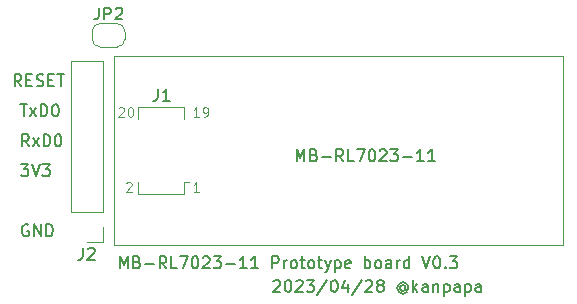
<source format=gto>
G04 #@! TF.GenerationSoftware,KiCad,Pcbnew,7.0.2-6a45011f42~172~ubuntu20.04.1*
G04 #@! TF.CreationDate,2023-05-13T15:02:50+09:00*
G04 #@! TF.ProjectId,Wisun_proto,57697375-6e5f-4707-926f-746f2e6b6963,0.3*
G04 #@! TF.SameCoordinates,PX1b67618PY41e13c0*
G04 #@! TF.FileFunction,Legend,Top*
G04 #@! TF.FilePolarity,Positive*
%FSLAX46Y46*%
G04 Gerber Fmt 4.6, Leading zero omitted, Abs format (unit mm)*
G04 Created by KiCad (PCBNEW 7.0.2-6a45011f42~172~ubuntu20.04.1) date 2023-05-13 15:02:50*
%MOMM*%
%LPD*%
G01*
G04 APERTURE LIST*
%ADD10C,0.100000*%
%ADD11C,0.120000*%
%ADD12C,0.150000*%
%ADD13C,0.200000*%
G04 APERTURE END LIST*
D10*
X47265000Y21080000D02*
X47265000Y5080000D01*
X9265000Y5080000D02*
X9265000Y21080000D01*
X9265000Y21080000D02*
X47265000Y21080000D01*
X47265000Y5080000D02*
X9265000Y5080000D01*
D11*
X16484523Y9622905D02*
X16027380Y9622905D01*
X16255952Y9622905D02*
X16255952Y10422905D01*
X16255952Y10422905D02*
X16179761Y10308620D01*
X16179761Y10308620D02*
X16103571Y10232429D01*
X16103571Y10232429D02*
X16027380Y10194334D01*
D12*
X1412857Y11917381D02*
X2031904Y11917381D01*
X2031904Y11917381D02*
X1698571Y11536429D01*
X1698571Y11536429D02*
X1841428Y11536429D01*
X1841428Y11536429D02*
X1936666Y11488810D01*
X1936666Y11488810D02*
X1984285Y11441191D01*
X1984285Y11441191D02*
X2031904Y11345953D01*
X2031904Y11345953D02*
X2031904Y11107858D01*
X2031904Y11107858D02*
X1984285Y11012620D01*
X1984285Y11012620D02*
X1936666Y10965000D01*
X1936666Y10965000D02*
X1841428Y10917381D01*
X1841428Y10917381D02*
X1555714Y10917381D01*
X1555714Y10917381D02*
X1460476Y10965000D01*
X1460476Y10965000D02*
X1412857Y11012620D01*
X2317619Y11917381D02*
X2650952Y10917381D01*
X2650952Y10917381D02*
X2984285Y11917381D01*
X3222381Y11917381D02*
X3841428Y11917381D01*
X3841428Y11917381D02*
X3508095Y11536429D01*
X3508095Y11536429D02*
X3650952Y11536429D01*
X3650952Y11536429D02*
X3746190Y11488810D01*
X3746190Y11488810D02*
X3793809Y11441191D01*
X3793809Y11441191D02*
X3841428Y11345953D01*
X3841428Y11345953D02*
X3841428Y11107858D01*
X3841428Y11107858D02*
X3793809Y11012620D01*
X3793809Y11012620D02*
X3746190Y10965000D01*
X3746190Y10965000D02*
X3650952Y10917381D01*
X3650952Y10917381D02*
X3365238Y10917381D01*
X3365238Y10917381D02*
X3270000Y10965000D01*
X3270000Y10965000D02*
X3222381Y11012620D01*
D11*
X9677380Y16696715D02*
X9715476Y16734810D01*
X9715476Y16734810D02*
X9791666Y16772905D01*
X9791666Y16772905D02*
X9982142Y16772905D01*
X9982142Y16772905D02*
X10058333Y16734810D01*
X10058333Y16734810D02*
X10096428Y16696715D01*
X10096428Y16696715D02*
X10134523Y16620524D01*
X10134523Y16620524D02*
X10134523Y16544334D01*
X10134523Y16544334D02*
X10096428Y16430048D01*
X10096428Y16430048D02*
X9639285Y15972905D01*
X9639285Y15972905D02*
X10134523Y15972905D01*
X10629762Y16772905D02*
X10705952Y16772905D01*
X10705952Y16772905D02*
X10782143Y16734810D01*
X10782143Y16734810D02*
X10820238Y16696715D01*
X10820238Y16696715D02*
X10858333Y16620524D01*
X10858333Y16620524D02*
X10896428Y16468143D01*
X10896428Y16468143D02*
X10896428Y16277667D01*
X10896428Y16277667D02*
X10858333Y16125286D01*
X10858333Y16125286D02*
X10820238Y16049096D01*
X10820238Y16049096D02*
X10782143Y16011000D01*
X10782143Y16011000D02*
X10705952Y15972905D01*
X10705952Y15972905D02*
X10629762Y15972905D01*
X10629762Y15972905D02*
X10553571Y16011000D01*
X10553571Y16011000D02*
X10515476Y16049096D01*
X10515476Y16049096D02*
X10477381Y16125286D01*
X10477381Y16125286D02*
X10439285Y16277667D01*
X10439285Y16277667D02*
X10439285Y16468143D01*
X10439285Y16468143D02*
X10477381Y16620524D01*
X10477381Y16620524D02*
X10515476Y16696715D01*
X10515476Y16696715D02*
X10553571Y16734810D01*
X10553571Y16734810D02*
X10629762Y16772905D01*
X16484523Y15972905D02*
X16027380Y15972905D01*
X16255952Y15972905D02*
X16255952Y16772905D01*
X16255952Y16772905D02*
X16179761Y16658620D01*
X16179761Y16658620D02*
X16103571Y16582429D01*
X16103571Y16582429D02*
X16027380Y16544334D01*
X16865476Y15972905D02*
X17017857Y15972905D01*
X17017857Y15972905D02*
X17094047Y16011000D01*
X17094047Y16011000D02*
X17132143Y16049096D01*
X17132143Y16049096D02*
X17208333Y16163381D01*
X17208333Y16163381D02*
X17246428Y16315762D01*
X17246428Y16315762D02*
X17246428Y16620524D01*
X17246428Y16620524D02*
X17208333Y16696715D01*
X17208333Y16696715D02*
X17170238Y16734810D01*
X17170238Y16734810D02*
X17094047Y16772905D01*
X17094047Y16772905D02*
X16941666Y16772905D01*
X16941666Y16772905D02*
X16865476Y16734810D01*
X16865476Y16734810D02*
X16827381Y16696715D01*
X16827381Y16696715D02*
X16789285Y16620524D01*
X16789285Y16620524D02*
X16789285Y16430048D01*
X16789285Y16430048D02*
X16827381Y16353858D01*
X16827381Y16353858D02*
X16865476Y16315762D01*
X16865476Y16315762D02*
X16941666Y16277667D01*
X16941666Y16277667D02*
X17094047Y16277667D01*
X17094047Y16277667D02*
X17170238Y16315762D01*
X17170238Y16315762D02*
X17208333Y16353858D01*
X17208333Y16353858D02*
X17246428Y16430048D01*
D12*
X1365238Y16997381D02*
X1936666Y16997381D01*
X1650952Y15997381D02*
X1650952Y16997381D01*
X2174762Y15997381D02*
X2698571Y16664048D01*
X2174762Y16664048D02*
X2698571Y15997381D01*
X3079524Y15997381D02*
X3079524Y16997381D01*
X3079524Y16997381D02*
X3317619Y16997381D01*
X3317619Y16997381D02*
X3460476Y16949762D01*
X3460476Y16949762D02*
X3555714Y16854524D01*
X3555714Y16854524D02*
X3603333Y16759286D01*
X3603333Y16759286D02*
X3650952Y16568810D01*
X3650952Y16568810D02*
X3650952Y16425953D01*
X3650952Y16425953D02*
X3603333Y16235477D01*
X3603333Y16235477D02*
X3555714Y16140239D01*
X3555714Y16140239D02*
X3460476Y16045000D01*
X3460476Y16045000D02*
X3317619Y15997381D01*
X3317619Y15997381D02*
X3079524Y15997381D01*
X4270000Y16997381D02*
X4365238Y16997381D01*
X4365238Y16997381D02*
X4460476Y16949762D01*
X4460476Y16949762D02*
X4508095Y16902143D01*
X4508095Y16902143D02*
X4555714Y16806905D01*
X4555714Y16806905D02*
X4603333Y16616429D01*
X4603333Y16616429D02*
X4603333Y16378334D01*
X4603333Y16378334D02*
X4555714Y16187858D01*
X4555714Y16187858D02*
X4508095Y16092620D01*
X4508095Y16092620D02*
X4460476Y16045000D01*
X4460476Y16045000D02*
X4365238Y15997381D01*
X4365238Y15997381D02*
X4270000Y15997381D01*
X4270000Y15997381D02*
X4174762Y16045000D01*
X4174762Y16045000D02*
X4127143Y16092620D01*
X4127143Y16092620D02*
X4079524Y16187858D01*
X4079524Y16187858D02*
X4031905Y16378334D01*
X4031905Y16378334D02*
X4031905Y16616429D01*
X4031905Y16616429D02*
X4079524Y16806905D01*
X4079524Y16806905D02*
X4127143Y16902143D01*
X4127143Y16902143D02*
X4174762Y16949762D01*
X4174762Y16949762D02*
X4270000Y16997381D01*
X1444523Y18537381D02*
X1111190Y19013572D01*
X873095Y18537381D02*
X873095Y19537381D01*
X873095Y19537381D02*
X1254047Y19537381D01*
X1254047Y19537381D02*
X1349285Y19489762D01*
X1349285Y19489762D02*
X1396904Y19442143D01*
X1396904Y19442143D02*
X1444523Y19346905D01*
X1444523Y19346905D02*
X1444523Y19204048D01*
X1444523Y19204048D02*
X1396904Y19108810D01*
X1396904Y19108810D02*
X1349285Y19061191D01*
X1349285Y19061191D02*
X1254047Y19013572D01*
X1254047Y19013572D02*
X873095Y19013572D01*
X1873095Y19061191D02*
X2206428Y19061191D01*
X2349285Y18537381D02*
X1873095Y18537381D01*
X1873095Y18537381D02*
X1873095Y19537381D01*
X1873095Y19537381D02*
X2349285Y19537381D01*
X2730238Y18585000D02*
X2873095Y18537381D01*
X2873095Y18537381D02*
X3111190Y18537381D01*
X3111190Y18537381D02*
X3206428Y18585000D01*
X3206428Y18585000D02*
X3254047Y18632620D01*
X3254047Y18632620D02*
X3301666Y18727858D01*
X3301666Y18727858D02*
X3301666Y18823096D01*
X3301666Y18823096D02*
X3254047Y18918334D01*
X3254047Y18918334D02*
X3206428Y18965953D01*
X3206428Y18965953D02*
X3111190Y19013572D01*
X3111190Y19013572D02*
X2920714Y19061191D01*
X2920714Y19061191D02*
X2825476Y19108810D01*
X2825476Y19108810D02*
X2777857Y19156429D01*
X2777857Y19156429D02*
X2730238Y19251667D01*
X2730238Y19251667D02*
X2730238Y19346905D01*
X2730238Y19346905D02*
X2777857Y19442143D01*
X2777857Y19442143D02*
X2825476Y19489762D01*
X2825476Y19489762D02*
X2920714Y19537381D01*
X2920714Y19537381D02*
X3158809Y19537381D01*
X3158809Y19537381D02*
X3301666Y19489762D01*
X3730238Y19061191D02*
X4063571Y19061191D01*
X4206428Y18537381D02*
X3730238Y18537381D01*
X3730238Y18537381D02*
X3730238Y19537381D01*
X3730238Y19537381D02*
X4206428Y19537381D01*
X4492143Y19537381D02*
X5063571Y19537381D01*
X4777857Y18537381D02*
X4777857Y19537381D01*
X2079523Y13457381D02*
X1746190Y13933572D01*
X1508095Y13457381D02*
X1508095Y14457381D01*
X1508095Y14457381D02*
X1889047Y14457381D01*
X1889047Y14457381D02*
X1984285Y14409762D01*
X1984285Y14409762D02*
X2031904Y14362143D01*
X2031904Y14362143D02*
X2079523Y14266905D01*
X2079523Y14266905D02*
X2079523Y14124048D01*
X2079523Y14124048D02*
X2031904Y14028810D01*
X2031904Y14028810D02*
X1984285Y13981191D01*
X1984285Y13981191D02*
X1889047Y13933572D01*
X1889047Y13933572D02*
X1508095Y13933572D01*
X2412857Y13457381D02*
X2936666Y14124048D01*
X2412857Y14124048D02*
X2936666Y13457381D01*
X3317619Y13457381D02*
X3317619Y14457381D01*
X3317619Y14457381D02*
X3555714Y14457381D01*
X3555714Y14457381D02*
X3698571Y14409762D01*
X3698571Y14409762D02*
X3793809Y14314524D01*
X3793809Y14314524D02*
X3841428Y14219286D01*
X3841428Y14219286D02*
X3889047Y14028810D01*
X3889047Y14028810D02*
X3889047Y13885953D01*
X3889047Y13885953D02*
X3841428Y13695477D01*
X3841428Y13695477D02*
X3793809Y13600239D01*
X3793809Y13600239D02*
X3698571Y13505000D01*
X3698571Y13505000D02*
X3555714Y13457381D01*
X3555714Y13457381D02*
X3317619Y13457381D01*
X4508095Y14457381D02*
X4603333Y14457381D01*
X4603333Y14457381D02*
X4698571Y14409762D01*
X4698571Y14409762D02*
X4746190Y14362143D01*
X4746190Y14362143D02*
X4793809Y14266905D01*
X4793809Y14266905D02*
X4841428Y14076429D01*
X4841428Y14076429D02*
X4841428Y13838334D01*
X4841428Y13838334D02*
X4793809Y13647858D01*
X4793809Y13647858D02*
X4746190Y13552620D01*
X4746190Y13552620D02*
X4698571Y13505000D01*
X4698571Y13505000D02*
X4603333Y13457381D01*
X4603333Y13457381D02*
X4508095Y13457381D01*
X4508095Y13457381D02*
X4412857Y13505000D01*
X4412857Y13505000D02*
X4365238Y13552620D01*
X4365238Y13552620D02*
X4317619Y13647858D01*
X4317619Y13647858D02*
X4270000Y13838334D01*
X4270000Y13838334D02*
X4270000Y14076429D01*
X4270000Y14076429D02*
X4317619Y14266905D01*
X4317619Y14266905D02*
X4365238Y14362143D01*
X4365238Y14362143D02*
X4412857Y14409762D01*
X4412857Y14409762D02*
X4508095Y14457381D01*
D11*
X10312380Y10346715D02*
X10350476Y10384810D01*
X10350476Y10384810D02*
X10426666Y10422905D01*
X10426666Y10422905D02*
X10617142Y10422905D01*
X10617142Y10422905D02*
X10693333Y10384810D01*
X10693333Y10384810D02*
X10731428Y10346715D01*
X10731428Y10346715D02*
X10769523Y10270524D01*
X10769523Y10270524D02*
X10769523Y10194334D01*
X10769523Y10194334D02*
X10731428Y10080048D01*
X10731428Y10080048D02*
X10274285Y9622905D01*
X10274285Y9622905D02*
X10769523Y9622905D01*
D12*
X2031904Y6789762D02*
X1936666Y6837381D01*
X1936666Y6837381D02*
X1793809Y6837381D01*
X1793809Y6837381D02*
X1650952Y6789762D01*
X1650952Y6789762D02*
X1555714Y6694524D01*
X1555714Y6694524D02*
X1508095Y6599286D01*
X1508095Y6599286D02*
X1460476Y6408810D01*
X1460476Y6408810D02*
X1460476Y6265953D01*
X1460476Y6265953D02*
X1508095Y6075477D01*
X1508095Y6075477D02*
X1555714Y5980239D01*
X1555714Y5980239D02*
X1650952Y5885000D01*
X1650952Y5885000D02*
X1793809Y5837381D01*
X1793809Y5837381D02*
X1889047Y5837381D01*
X1889047Y5837381D02*
X2031904Y5885000D01*
X2031904Y5885000D02*
X2079523Y5932620D01*
X2079523Y5932620D02*
X2079523Y6265953D01*
X2079523Y6265953D02*
X1889047Y6265953D01*
X2508095Y5837381D02*
X2508095Y6837381D01*
X2508095Y6837381D02*
X3079523Y5837381D01*
X3079523Y5837381D02*
X3079523Y6837381D01*
X3555714Y5837381D02*
X3555714Y6837381D01*
X3555714Y6837381D02*
X3793809Y6837381D01*
X3793809Y6837381D02*
X3936666Y6789762D01*
X3936666Y6789762D02*
X4031904Y6694524D01*
X4031904Y6694524D02*
X4079523Y6599286D01*
X4079523Y6599286D02*
X4127142Y6408810D01*
X4127142Y6408810D02*
X4127142Y6265953D01*
X4127142Y6265953D02*
X4079523Y6075477D01*
X4079523Y6075477D02*
X4031904Y5980239D01*
X4031904Y5980239D02*
X3936666Y5885000D01*
X3936666Y5885000D02*
X3793809Y5837381D01*
X3793809Y5837381D02*
X3555714Y5837381D01*
X24743095Y12187381D02*
X24743095Y13187381D01*
X24743095Y13187381D02*
X25076428Y12473096D01*
X25076428Y12473096D02*
X25409761Y13187381D01*
X25409761Y13187381D02*
X25409761Y12187381D01*
X26219285Y12711191D02*
X26362142Y12663572D01*
X26362142Y12663572D02*
X26409761Y12615953D01*
X26409761Y12615953D02*
X26457380Y12520715D01*
X26457380Y12520715D02*
X26457380Y12377858D01*
X26457380Y12377858D02*
X26409761Y12282620D01*
X26409761Y12282620D02*
X26362142Y12235000D01*
X26362142Y12235000D02*
X26266904Y12187381D01*
X26266904Y12187381D02*
X25885952Y12187381D01*
X25885952Y12187381D02*
X25885952Y13187381D01*
X25885952Y13187381D02*
X26219285Y13187381D01*
X26219285Y13187381D02*
X26314523Y13139762D01*
X26314523Y13139762D02*
X26362142Y13092143D01*
X26362142Y13092143D02*
X26409761Y12996905D01*
X26409761Y12996905D02*
X26409761Y12901667D01*
X26409761Y12901667D02*
X26362142Y12806429D01*
X26362142Y12806429D02*
X26314523Y12758810D01*
X26314523Y12758810D02*
X26219285Y12711191D01*
X26219285Y12711191D02*
X25885952Y12711191D01*
X26885952Y12568334D02*
X27647857Y12568334D01*
X28695475Y12187381D02*
X28362142Y12663572D01*
X28124047Y12187381D02*
X28124047Y13187381D01*
X28124047Y13187381D02*
X28504999Y13187381D01*
X28504999Y13187381D02*
X28600237Y13139762D01*
X28600237Y13139762D02*
X28647856Y13092143D01*
X28647856Y13092143D02*
X28695475Y12996905D01*
X28695475Y12996905D02*
X28695475Y12854048D01*
X28695475Y12854048D02*
X28647856Y12758810D01*
X28647856Y12758810D02*
X28600237Y12711191D01*
X28600237Y12711191D02*
X28504999Y12663572D01*
X28504999Y12663572D02*
X28124047Y12663572D01*
X29600237Y12187381D02*
X29124047Y12187381D01*
X29124047Y12187381D02*
X29124047Y13187381D01*
X29838333Y13187381D02*
X30504999Y13187381D01*
X30504999Y13187381D02*
X30076428Y12187381D01*
X31076428Y13187381D02*
X31171666Y13187381D01*
X31171666Y13187381D02*
X31266904Y13139762D01*
X31266904Y13139762D02*
X31314523Y13092143D01*
X31314523Y13092143D02*
X31362142Y12996905D01*
X31362142Y12996905D02*
X31409761Y12806429D01*
X31409761Y12806429D02*
X31409761Y12568334D01*
X31409761Y12568334D02*
X31362142Y12377858D01*
X31362142Y12377858D02*
X31314523Y12282620D01*
X31314523Y12282620D02*
X31266904Y12235000D01*
X31266904Y12235000D02*
X31171666Y12187381D01*
X31171666Y12187381D02*
X31076428Y12187381D01*
X31076428Y12187381D02*
X30981190Y12235000D01*
X30981190Y12235000D02*
X30933571Y12282620D01*
X30933571Y12282620D02*
X30885952Y12377858D01*
X30885952Y12377858D02*
X30838333Y12568334D01*
X30838333Y12568334D02*
X30838333Y12806429D01*
X30838333Y12806429D02*
X30885952Y12996905D01*
X30885952Y12996905D02*
X30933571Y13092143D01*
X30933571Y13092143D02*
X30981190Y13139762D01*
X30981190Y13139762D02*
X31076428Y13187381D01*
X31790714Y13092143D02*
X31838333Y13139762D01*
X31838333Y13139762D02*
X31933571Y13187381D01*
X31933571Y13187381D02*
X32171666Y13187381D01*
X32171666Y13187381D02*
X32266904Y13139762D01*
X32266904Y13139762D02*
X32314523Y13092143D01*
X32314523Y13092143D02*
X32362142Y12996905D01*
X32362142Y12996905D02*
X32362142Y12901667D01*
X32362142Y12901667D02*
X32314523Y12758810D01*
X32314523Y12758810D02*
X31743095Y12187381D01*
X31743095Y12187381D02*
X32362142Y12187381D01*
X32695476Y13187381D02*
X33314523Y13187381D01*
X33314523Y13187381D02*
X32981190Y12806429D01*
X32981190Y12806429D02*
X33124047Y12806429D01*
X33124047Y12806429D02*
X33219285Y12758810D01*
X33219285Y12758810D02*
X33266904Y12711191D01*
X33266904Y12711191D02*
X33314523Y12615953D01*
X33314523Y12615953D02*
X33314523Y12377858D01*
X33314523Y12377858D02*
X33266904Y12282620D01*
X33266904Y12282620D02*
X33219285Y12235000D01*
X33219285Y12235000D02*
X33124047Y12187381D01*
X33124047Y12187381D02*
X32838333Y12187381D01*
X32838333Y12187381D02*
X32743095Y12235000D01*
X32743095Y12235000D02*
X32695476Y12282620D01*
X33743095Y12568334D02*
X34505000Y12568334D01*
X35504999Y12187381D02*
X34933571Y12187381D01*
X35219285Y12187381D02*
X35219285Y13187381D01*
X35219285Y13187381D02*
X35124047Y13044524D01*
X35124047Y13044524D02*
X35028809Y12949286D01*
X35028809Y12949286D02*
X34933571Y12901667D01*
X36457380Y12187381D02*
X35885952Y12187381D01*
X36171666Y12187381D02*
X36171666Y13187381D01*
X36171666Y13187381D02*
X36076428Y13044524D01*
X36076428Y13044524D02*
X35981190Y12949286D01*
X35981190Y12949286D02*
X35885952Y12901667D01*
D13*
X9763095Y3122381D02*
X9763095Y4122381D01*
X9763095Y4122381D02*
X10096428Y3408096D01*
X10096428Y3408096D02*
X10429761Y4122381D01*
X10429761Y4122381D02*
X10429761Y3122381D01*
X11239285Y3646191D02*
X11382142Y3598572D01*
X11382142Y3598572D02*
X11429761Y3550953D01*
X11429761Y3550953D02*
X11477380Y3455715D01*
X11477380Y3455715D02*
X11477380Y3312858D01*
X11477380Y3312858D02*
X11429761Y3217620D01*
X11429761Y3217620D02*
X11382142Y3170000D01*
X11382142Y3170000D02*
X11286904Y3122381D01*
X11286904Y3122381D02*
X10905952Y3122381D01*
X10905952Y3122381D02*
X10905952Y4122381D01*
X10905952Y4122381D02*
X11239285Y4122381D01*
X11239285Y4122381D02*
X11334523Y4074762D01*
X11334523Y4074762D02*
X11382142Y4027143D01*
X11382142Y4027143D02*
X11429761Y3931905D01*
X11429761Y3931905D02*
X11429761Y3836667D01*
X11429761Y3836667D02*
X11382142Y3741429D01*
X11382142Y3741429D02*
X11334523Y3693810D01*
X11334523Y3693810D02*
X11239285Y3646191D01*
X11239285Y3646191D02*
X10905952Y3646191D01*
X11905952Y3503334D02*
X12667857Y3503334D01*
X13715475Y3122381D02*
X13382142Y3598572D01*
X13144047Y3122381D02*
X13144047Y4122381D01*
X13144047Y4122381D02*
X13524999Y4122381D01*
X13524999Y4122381D02*
X13620237Y4074762D01*
X13620237Y4074762D02*
X13667856Y4027143D01*
X13667856Y4027143D02*
X13715475Y3931905D01*
X13715475Y3931905D02*
X13715475Y3789048D01*
X13715475Y3789048D02*
X13667856Y3693810D01*
X13667856Y3693810D02*
X13620237Y3646191D01*
X13620237Y3646191D02*
X13524999Y3598572D01*
X13524999Y3598572D02*
X13144047Y3598572D01*
X14620237Y3122381D02*
X14144047Y3122381D01*
X14144047Y3122381D02*
X14144047Y4122381D01*
X14858333Y4122381D02*
X15524999Y4122381D01*
X15524999Y4122381D02*
X15096428Y3122381D01*
X16096428Y4122381D02*
X16191666Y4122381D01*
X16191666Y4122381D02*
X16286904Y4074762D01*
X16286904Y4074762D02*
X16334523Y4027143D01*
X16334523Y4027143D02*
X16382142Y3931905D01*
X16382142Y3931905D02*
X16429761Y3741429D01*
X16429761Y3741429D02*
X16429761Y3503334D01*
X16429761Y3503334D02*
X16382142Y3312858D01*
X16382142Y3312858D02*
X16334523Y3217620D01*
X16334523Y3217620D02*
X16286904Y3170000D01*
X16286904Y3170000D02*
X16191666Y3122381D01*
X16191666Y3122381D02*
X16096428Y3122381D01*
X16096428Y3122381D02*
X16001190Y3170000D01*
X16001190Y3170000D02*
X15953571Y3217620D01*
X15953571Y3217620D02*
X15905952Y3312858D01*
X15905952Y3312858D02*
X15858333Y3503334D01*
X15858333Y3503334D02*
X15858333Y3741429D01*
X15858333Y3741429D02*
X15905952Y3931905D01*
X15905952Y3931905D02*
X15953571Y4027143D01*
X15953571Y4027143D02*
X16001190Y4074762D01*
X16001190Y4074762D02*
X16096428Y4122381D01*
X16810714Y4027143D02*
X16858333Y4074762D01*
X16858333Y4074762D02*
X16953571Y4122381D01*
X16953571Y4122381D02*
X17191666Y4122381D01*
X17191666Y4122381D02*
X17286904Y4074762D01*
X17286904Y4074762D02*
X17334523Y4027143D01*
X17334523Y4027143D02*
X17382142Y3931905D01*
X17382142Y3931905D02*
X17382142Y3836667D01*
X17382142Y3836667D02*
X17334523Y3693810D01*
X17334523Y3693810D02*
X16763095Y3122381D01*
X16763095Y3122381D02*
X17382142Y3122381D01*
X17715476Y4122381D02*
X18334523Y4122381D01*
X18334523Y4122381D02*
X18001190Y3741429D01*
X18001190Y3741429D02*
X18144047Y3741429D01*
X18144047Y3741429D02*
X18239285Y3693810D01*
X18239285Y3693810D02*
X18286904Y3646191D01*
X18286904Y3646191D02*
X18334523Y3550953D01*
X18334523Y3550953D02*
X18334523Y3312858D01*
X18334523Y3312858D02*
X18286904Y3217620D01*
X18286904Y3217620D02*
X18239285Y3170000D01*
X18239285Y3170000D02*
X18144047Y3122381D01*
X18144047Y3122381D02*
X17858333Y3122381D01*
X17858333Y3122381D02*
X17763095Y3170000D01*
X17763095Y3170000D02*
X17715476Y3217620D01*
X18763095Y3503334D02*
X19525000Y3503334D01*
X20524999Y3122381D02*
X19953571Y3122381D01*
X20239285Y3122381D02*
X20239285Y4122381D01*
X20239285Y4122381D02*
X20144047Y3979524D01*
X20144047Y3979524D02*
X20048809Y3884286D01*
X20048809Y3884286D02*
X19953571Y3836667D01*
X21477380Y3122381D02*
X20905952Y3122381D01*
X21191666Y3122381D02*
X21191666Y4122381D01*
X21191666Y4122381D02*
X21096428Y3979524D01*
X21096428Y3979524D02*
X21001190Y3884286D01*
X21001190Y3884286D02*
X20905952Y3836667D01*
X22667857Y3122381D02*
X22667857Y4122381D01*
X22667857Y4122381D02*
X23048809Y4122381D01*
X23048809Y4122381D02*
X23144047Y4074762D01*
X23144047Y4074762D02*
X23191666Y4027143D01*
X23191666Y4027143D02*
X23239285Y3931905D01*
X23239285Y3931905D02*
X23239285Y3789048D01*
X23239285Y3789048D02*
X23191666Y3693810D01*
X23191666Y3693810D02*
X23144047Y3646191D01*
X23144047Y3646191D02*
X23048809Y3598572D01*
X23048809Y3598572D02*
X22667857Y3598572D01*
X23667857Y3122381D02*
X23667857Y3789048D01*
X23667857Y3598572D02*
X23715476Y3693810D01*
X23715476Y3693810D02*
X23763095Y3741429D01*
X23763095Y3741429D02*
X23858333Y3789048D01*
X23858333Y3789048D02*
X23953571Y3789048D01*
X24429762Y3122381D02*
X24334524Y3170000D01*
X24334524Y3170000D02*
X24286905Y3217620D01*
X24286905Y3217620D02*
X24239286Y3312858D01*
X24239286Y3312858D02*
X24239286Y3598572D01*
X24239286Y3598572D02*
X24286905Y3693810D01*
X24286905Y3693810D02*
X24334524Y3741429D01*
X24334524Y3741429D02*
X24429762Y3789048D01*
X24429762Y3789048D02*
X24572619Y3789048D01*
X24572619Y3789048D02*
X24667857Y3741429D01*
X24667857Y3741429D02*
X24715476Y3693810D01*
X24715476Y3693810D02*
X24763095Y3598572D01*
X24763095Y3598572D02*
X24763095Y3312858D01*
X24763095Y3312858D02*
X24715476Y3217620D01*
X24715476Y3217620D02*
X24667857Y3170000D01*
X24667857Y3170000D02*
X24572619Y3122381D01*
X24572619Y3122381D02*
X24429762Y3122381D01*
X25048810Y3789048D02*
X25429762Y3789048D01*
X25191667Y4122381D02*
X25191667Y3265239D01*
X25191667Y3265239D02*
X25239286Y3170000D01*
X25239286Y3170000D02*
X25334524Y3122381D01*
X25334524Y3122381D02*
X25429762Y3122381D01*
X25905953Y3122381D02*
X25810715Y3170000D01*
X25810715Y3170000D02*
X25763096Y3217620D01*
X25763096Y3217620D02*
X25715477Y3312858D01*
X25715477Y3312858D02*
X25715477Y3598572D01*
X25715477Y3598572D02*
X25763096Y3693810D01*
X25763096Y3693810D02*
X25810715Y3741429D01*
X25810715Y3741429D02*
X25905953Y3789048D01*
X25905953Y3789048D02*
X26048810Y3789048D01*
X26048810Y3789048D02*
X26144048Y3741429D01*
X26144048Y3741429D02*
X26191667Y3693810D01*
X26191667Y3693810D02*
X26239286Y3598572D01*
X26239286Y3598572D02*
X26239286Y3312858D01*
X26239286Y3312858D02*
X26191667Y3217620D01*
X26191667Y3217620D02*
X26144048Y3170000D01*
X26144048Y3170000D02*
X26048810Y3122381D01*
X26048810Y3122381D02*
X25905953Y3122381D01*
X26525001Y3789048D02*
X26905953Y3789048D01*
X26667858Y4122381D02*
X26667858Y3265239D01*
X26667858Y3265239D02*
X26715477Y3170000D01*
X26715477Y3170000D02*
X26810715Y3122381D01*
X26810715Y3122381D02*
X26905953Y3122381D01*
X27144049Y3789048D02*
X27382144Y3122381D01*
X27620239Y3789048D02*
X27382144Y3122381D01*
X27382144Y3122381D02*
X27286906Y2884286D01*
X27286906Y2884286D02*
X27239287Y2836667D01*
X27239287Y2836667D02*
X27144049Y2789048D01*
X28001192Y3789048D02*
X28001192Y2789048D01*
X28001192Y3741429D02*
X28096430Y3789048D01*
X28096430Y3789048D02*
X28286906Y3789048D01*
X28286906Y3789048D02*
X28382144Y3741429D01*
X28382144Y3741429D02*
X28429763Y3693810D01*
X28429763Y3693810D02*
X28477382Y3598572D01*
X28477382Y3598572D02*
X28477382Y3312858D01*
X28477382Y3312858D02*
X28429763Y3217620D01*
X28429763Y3217620D02*
X28382144Y3170000D01*
X28382144Y3170000D02*
X28286906Y3122381D01*
X28286906Y3122381D02*
X28096430Y3122381D01*
X28096430Y3122381D02*
X28001192Y3170000D01*
X29286906Y3170000D02*
X29191668Y3122381D01*
X29191668Y3122381D02*
X29001192Y3122381D01*
X29001192Y3122381D02*
X28905954Y3170000D01*
X28905954Y3170000D02*
X28858335Y3265239D01*
X28858335Y3265239D02*
X28858335Y3646191D01*
X28858335Y3646191D02*
X28905954Y3741429D01*
X28905954Y3741429D02*
X29001192Y3789048D01*
X29001192Y3789048D02*
X29191668Y3789048D01*
X29191668Y3789048D02*
X29286906Y3741429D01*
X29286906Y3741429D02*
X29334525Y3646191D01*
X29334525Y3646191D02*
X29334525Y3550953D01*
X29334525Y3550953D02*
X28858335Y3455715D01*
X30525002Y3122381D02*
X30525002Y4122381D01*
X30525002Y3741429D02*
X30620240Y3789048D01*
X30620240Y3789048D02*
X30810716Y3789048D01*
X30810716Y3789048D02*
X30905954Y3741429D01*
X30905954Y3741429D02*
X30953573Y3693810D01*
X30953573Y3693810D02*
X31001192Y3598572D01*
X31001192Y3598572D02*
X31001192Y3312858D01*
X31001192Y3312858D02*
X30953573Y3217620D01*
X30953573Y3217620D02*
X30905954Y3170000D01*
X30905954Y3170000D02*
X30810716Y3122381D01*
X30810716Y3122381D02*
X30620240Y3122381D01*
X30620240Y3122381D02*
X30525002Y3170000D01*
X31572621Y3122381D02*
X31477383Y3170000D01*
X31477383Y3170000D02*
X31429764Y3217620D01*
X31429764Y3217620D02*
X31382145Y3312858D01*
X31382145Y3312858D02*
X31382145Y3598572D01*
X31382145Y3598572D02*
X31429764Y3693810D01*
X31429764Y3693810D02*
X31477383Y3741429D01*
X31477383Y3741429D02*
X31572621Y3789048D01*
X31572621Y3789048D02*
X31715478Y3789048D01*
X31715478Y3789048D02*
X31810716Y3741429D01*
X31810716Y3741429D02*
X31858335Y3693810D01*
X31858335Y3693810D02*
X31905954Y3598572D01*
X31905954Y3598572D02*
X31905954Y3312858D01*
X31905954Y3312858D02*
X31858335Y3217620D01*
X31858335Y3217620D02*
X31810716Y3170000D01*
X31810716Y3170000D02*
X31715478Y3122381D01*
X31715478Y3122381D02*
X31572621Y3122381D01*
X32763097Y3122381D02*
X32763097Y3646191D01*
X32763097Y3646191D02*
X32715478Y3741429D01*
X32715478Y3741429D02*
X32620240Y3789048D01*
X32620240Y3789048D02*
X32429764Y3789048D01*
X32429764Y3789048D02*
X32334526Y3741429D01*
X32763097Y3170000D02*
X32667859Y3122381D01*
X32667859Y3122381D02*
X32429764Y3122381D01*
X32429764Y3122381D02*
X32334526Y3170000D01*
X32334526Y3170000D02*
X32286907Y3265239D01*
X32286907Y3265239D02*
X32286907Y3360477D01*
X32286907Y3360477D02*
X32334526Y3455715D01*
X32334526Y3455715D02*
X32429764Y3503334D01*
X32429764Y3503334D02*
X32667859Y3503334D01*
X32667859Y3503334D02*
X32763097Y3550953D01*
X33239288Y3122381D02*
X33239288Y3789048D01*
X33239288Y3598572D02*
X33286907Y3693810D01*
X33286907Y3693810D02*
X33334526Y3741429D01*
X33334526Y3741429D02*
X33429764Y3789048D01*
X33429764Y3789048D02*
X33525002Y3789048D01*
X34286907Y3122381D02*
X34286907Y4122381D01*
X34286907Y3170000D02*
X34191669Y3122381D01*
X34191669Y3122381D02*
X34001193Y3122381D01*
X34001193Y3122381D02*
X33905955Y3170000D01*
X33905955Y3170000D02*
X33858336Y3217620D01*
X33858336Y3217620D02*
X33810717Y3312858D01*
X33810717Y3312858D02*
X33810717Y3598572D01*
X33810717Y3598572D02*
X33858336Y3693810D01*
X33858336Y3693810D02*
X33905955Y3741429D01*
X33905955Y3741429D02*
X34001193Y3789048D01*
X34001193Y3789048D02*
X34191669Y3789048D01*
X34191669Y3789048D02*
X34286907Y3741429D01*
X35382146Y4122381D02*
X35715479Y3122381D01*
X35715479Y3122381D02*
X36048812Y4122381D01*
X36572622Y4122381D02*
X36667860Y4122381D01*
X36667860Y4122381D02*
X36763098Y4074762D01*
X36763098Y4074762D02*
X36810717Y4027143D01*
X36810717Y4027143D02*
X36858336Y3931905D01*
X36858336Y3931905D02*
X36905955Y3741429D01*
X36905955Y3741429D02*
X36905955Y3503334D01*
X36905955Y3503334D02*
X36858336Y3312858D01*
X36858336Y3312858D02*
X36810717Y3217620D01*
X36810717Y3217620D02*
X36763098Y3170000D01*
X36763098Y3170000D02*
X36667860Y3122381D01*
X36667860Y3122381D02*
X36572622Y3122381D01*
X36572622Y3122381D02*
X36477384Y3170000D01*
X36477384Y3170000D02*
X36429765Y3217620D01*
X36429765Y3217620D02*
X36382146Y3312858D01*
X36382146Y3312858D02*
X36334527Y3503334D01*
X36334527Y3503334D02*
X36334527Y3741429D01*
X36334527Y3741429D02*
X36382146Y3931905D01*
X36382146Y3931905D02*
X36429765Y4027143D01*
X36429765Y4027143D02*
X36477384Y4074762D01*
X36477384Y4074762D02*
X36572622Y4122381D01*
X37334527Y3217620D02*
X37382146Y3170000D01*
X37382146Y3170000D02*
X37334527Y3122381D01*
X37334527Y3122381D02*
X37286908Y3170000D01*
X37286908Y3170000D02*
X37334527Y3217620D01*
X37334527Y3217620D02*
X37334527Y3122381D01*
X37715479Y4122381D02*
X38334526Y4122381D01*
X38334526Y4122381D02*
X38001193Y3741429D01*
X38001193Y3741429D02*
X38144050Y3741429D01*
X38144050Y3741429D02*
X38239288Y3693810D01*
X38239288Y3693810D02*
X38286907Y3646191D01*
X38286907Y3646191D02*
X38334526Y3550953D01*
X38334526Y3550953D02*
X38334526Y3312858D01*
X38334526Y3312858D02*
X38286907Y3217620D01*
X38286907Y3217620D02*
X38239288Y3170000D01*
X38239288Y3170000D02*
X38144050Y3122381D01*
X38144050Y3122381D02*
X37858336Y3122381D01*
X37858336Y3122381D02*
X37763098Y3170000D01*
X37763098Y3170000D02*
X37715479Y3217620D01*
D12*
X22790476Y2027143D02*
X22838095Y2074762D01*
X22838095Y2074762D02*
X22933333Y2122381D01*
X22933333Y2122381D02*
X23171428Y2122381D01*
X23171428Y2122381D02*
X23266666Y2074762D01*
X23266666Y2074762D02*
X23314285Y2027143D01*
X23314285Y2027143D02*
X23361904Y1931905D01*
X23361904Y1931905D02*
X23361904Y1836667D01*
X23361904Y1836667D02*
X23314285Y1693810D01*
X23314285Y1693810D02*
X22742857Y1122381D01*
X22742857Y1122381D02*
X23361904Y1122381D01*
X23980952Y2122381D02*
X24076190Y2122381D01*
X24076190Y2122381D02*
X24171428Y2074762D01*
X24171428Y2074762D02*
X24219047Y2027143D01*
X24219047Y2027143D02*
X24266666Y1931905D01*
X24266666Y1931905D02*
X24314285Y1741429D01*
X24314285Y1741429D02*
X24314285Y1503334D01*
X24314285Y1503334D02*
X24266666Y1312858D01*
X24266666Y1312858D02*
X24219047Y1217620D01*
X24219047Y1217620D02*
X24171428Y1170000D01*
X24171428Y1170000D02*
X24076190Y1122381D01*
X24076190Y1122381D02*
X23980952Y1122381D01*
X23980952Y1122381D02*
X23885714Y1170000D01*
X23885714Y1170000D02*
X23838095Y1217620D01*
X23838095Y1217620D02*
X23790476Y1312858D01*
X23790476Y1312858D02*
X23742857Y1503334D01*
X23742857Y1503334D02*
X23742857Y1741429D01*
X23742857Y1741429D02*
X23790476Y1931905D01*
X23790476Y1931905D02*
X23838095Y2027143D01*
X23838095Y2027143D02*
X23885714Y2074762D01*
X23885714Y2074762D02*
X23980952Y2122381D01*
X24695238Y2027143D02*
X24742857Y2074762D01*
X24742857Y2074762D02*
X24838095Y2122381D01*
X24838095Y2122381D02*
X25076190Y2122381D01*
X25076190Y2122381D02*
X25171428Y2074762D01*
X25171428Y2074762D02*
X25219047Y2027143D01*
X25219047Y2027143D02*
X25266666Y1931905D01*
X25266666Y1931905D02*
X25266666Y1836667D01*
X25266666Y1836667D02*
X25219047Y1693810D01*
X25219047Y1693810D02*
X24647619Y1122381D01*
X24647619Y1122381D02*
X25266666Y1122381D01*
X25600000Y2122381D02*
X26219047Y2122381D01*
X26219047Y2122381D02*
X25885714Y1741429D01*
X25885714Y1741429D02*
X26028571Y1741429D01*
X26028571Y1741429D02*
X26123809Y1693810D01*
X26123809Y1693810D02*
X26171428Y1646191D01*
X26171428Y1646191D02*
X26219047Y1550953D01*
X26219047Y1550953D02*
X26219047Y1312858D01*
X26219047Y1312858D02*
X26171428Y1217620D01*
X26171428Y1217620D02*
X26123809Y1170000D01*
X26123809Y1170000D02*
X26028571Y1122381D01*
X26028571Y1122381D02*
X25742857Y1122381D01*
X25742857Y1122381D02*
X25647619Y1170000D01*
X25647619Y1170000D02*
X25600000Y1217620D01*
X27361904Y2170000D02*
X26504762Y884286D01*
X27885714Y2122381D02*
X27980952Y2122381D01*
X27980952Y2122381D02*
X28076190Y2074762D01*
X28076190Y2074762D02*
X28123809Y2027143D01*
X28123809Y2027143D02*
X28171428Y1931905D01*
X28171428Y1931905D02*
X28219047Y1741429D01*
X28219047Y1741429D02*
X28219047Y1503334D01*
X28219047Y1503334D02*
X28171428Y1312858D01*
X28171428Y1312858D02*
X28123809Y1217620D01*
X28123809Y1217620D02*
X28076190Y1170000D01*
X28076190Y1170000D02*
X27980952Y1122381D01*
X27980952Y1122381D02*
X27885714Y1122381D01*
X27885714Y1122381D02*
X27790476Y1170000D01*
X27790476Y1170000D02*
X27742857Y1217620D01*
X27742857Y1217620D02*
X27695238Y1312858D01*
X27695238Y1312858D02*
X27647619Y1503334D01*
X27647619Y1503334D02*
X27647619Y1741429D01*
X27647619Y1741429D02*
X27695238Y1931905D01*
X27695238Y1931905D02*
X27742857Y2027143D01*
X27742857Y2027143D02*
X27790476Y2074762D01*
X27790476Y2074762D02*
X27885714Y2122381D01*
X29076190Y1789048D02*
X29076190Y1122381D01*
X28838095Y2170000D02*
X28600000Y1455715D01*
X28600000Y1455715D02*
X29219047Y1455715D01*
X30314285Y2170000D02*
X29457143Y884286D01*
X30600000Y2027143D02*
X30647619Y2074762D01*
X30647619Y2074762D02*
X30742857Y2122381D01*
X30742857Y2122381D02*
X30980952Y2122381D01*
X30980952Y2122381D02*
X31076190Y2074762D01*
X31076190Y2074762D02*
X31123809Y2027143D01*
X31123809Y2027143D02*
X31171428Y1931905D01*
X31171428Y1931905D02*
X31171428Y1836667D01*
X31171428Y1836667D02*
X31123809Y1693810D01*
X31123809Y1693810D02*
X30552381Y1122381D01*
X30552381Y1122381D02*
X31171428Y1122381D01*
X31742857Y1693810D02*
X31647619Y1741429D01*
X31647619Y1741429D02*
X31600000Y1789048D01*
X31600000Y1789048D02*
X31552381Y1884286D01*
X31552381Y1884286D02*
X31552381Y1931905D01*
X31552381Y1931905D02*
X31600000Y2027143D01*
X31600000Y2027143D02*
X31647619Y2074762D01*
X31647619Y2074762D02*
X31742857Y2122381D01*
X31742857Y2122381D02*
X31933333Y2122381D01*
X31933333Y2122381D02*
X32028571Y2074762D01*
X32028571Y2074762D02*
X32076190Y2027143D01*
X32076190Y2027143D02*
X32123809Y1931905D01*
X32123809Y1931905D02*
X32123809Y1884286D01*
X32123809Y1884286D02*
X32076190Y1789048D01*
X32076190Y1789048D02*
X32028571Y1741429D01*
X32028571Y1741429D02*
X31933333Y1693810D01*
X31933333Y1693810D02*
X31742857Y1693810D01*
X31742857Y1693810D02*
X31647619Y1646191D01*
X31647619Y1646191D02*
X31600000Y1598572D01*
X31600000Y1598572D02*
X31552381Y1503334D01*
X31552381Y1503334D02*
X31552381Y1312858D01*
X31552381Y1312858D02*
X31600000Y1217620D01*
X31600000Y1217620D02*
X31647619Y1170000D01*
X31647619Y1170000D02*
X31742857Y1122381D01*
X31742857Y1122381D02*
X31933333Y1122381D01*
X31933333Y1122381D02*
X32028571Y1170000D01*
X32028571Y1170000D02*
X32076190Y1217620D01*
X32076190Y1217620D02*
X32123809Y1312858D01*
X32123809Y1312858D02*
X32123809Y1503334D01*
X32123809Y1503334D02*
X32076190Y1598572D01*
X32076190Y1598572D02*
X32028571Y1646191D01*
X32028571Y1646191D02*
X31933333Y1693810D01*
X33933333Y1598572D02*
X33885714Y1646191D01*
X33885714Y1646191D02*
X33790476Y1693810D01*
X33790476Y1693810D02*
X33695238Y1693810D01*
X33695238Y1693810D02*
X33600000Y1646191D01*
X33600000Y1646191D02*
X33552381Y1598572D01*
X33552381Y1598572D02*
X33504762Y1503334D01*
X33504762Y1503334D02*
X33504762Y1408096D01*
X33504762Y1408096D02*
X33552381Y1312858D01*
X33552381Y1312858D02*
X33600000Y1265239D01*
X33600000Y1265239D02*
X33695238Y1217620D01*
X33695238Y1217620D02*
X33790476Y1217620D01*
X33790476Y1217620D02*
X33885714Y1265239D01*
X33885714Y1265239D02*
X33933333Y1312858D01*
X33933333Y1693810D02*
X33933333Y1312858D01*
X33933333Y1312858D02*
X33980952Y1265239D01*
X33980952Y1265239D02*
X34028571Y1265239D01*
X34028571Y1265239D02*
X34123810Y1312858D01*
X34123810Y1312858D02*
X34171429Y1408096D01*
X34171429Y1408096D02*
X34171429Y1646191D01*
X34171429Y1646191D02*
X34076191Y1789048D01*
X34076191Y1789048D02*
X33933333Y1884286D01*
X33933333Y1884286D02*
X33742857Y1931905D01*
X33742857Y1931905D02*
X33552381Y1884286D01*
X33552381Y1884286D02*
X33409524Y1789048D01*
X33409524Y1789048D02*
X33314286Y1646191D01*
X33314286Y1646191D02*
X33266667Y1455715D01*
X33266667Y1455715D02*
X33314286Y1265239D01*
X33314286Y1265239D02*
X33409524Y1122381D01*
X33409524Y1122381D02*
X33552381Y1027143D01*
X33552381Y1027143D02*
X33742857Y979524D01*
X33742857Y979524D02*
X33933333Y1027143D01*
X33933333Y1027143D02*
X34076191Y1122381D01*
X34600000Y1122381D02*
X34600000Y2122381D01*
X34695238Y1503334D02*
X34980952Y1122381D01*
X34980952Y1789048D02*
X34600000Y1408096D01*
X35838095Y1122381D02*
X35838095Y1646191D01*
X35838095Y1646191D02*
X35790476Y1741429D01*
X35790476Y1741429D02*
X35695238Y1789048D01*
X35695238Y1789048D02*
X35504762Y1789048D01*
X35504762Y1789048D02*
X35409524Y1741429D01*
X35838095Y1170000D02*
X35742857Y1122381D01*
X35742857Y1122381D02*
X35504762Y1122381D01*
X35504762Y1122381D02*
X35409524Y1170000D01*
X35409524Y1170000D02*
X35361905Y1265239D01*
X35361905Y1265239D02*
X35361905Y1360477D01*
X35361905Y1360477D02*
X35409524Y1455715D01*
X35409524Y1455715D02*
X35504762Y1503334D01*
X35504762Y1503334D02*
X35742857Y1503334D01*
X35742857Y1503334D02*
X35838095Y1550953D01*
X36314286Y1789048D02*
X36314286Y1122381D01*
X36314286Y1693810D02*
X36361905Y1741429D01*
X36361905Y1741429D02*
X36457143Y1789048D01*
X36457143Y1789048D02*
X36600000Y1789048D01*
X36600000Y1789048D02*
X36695238Y1741429D01*
X36695238Y1741429D02*
X36742857Y1646191D01*
X36742857Y1646191D02*
X36742857Y1122381D01*
X37219048Y1789048D02*
X37219048Y789048D01*
X37219048Y1741429D02*
X37314286Y1789048D01*
X37314286Y1789048D02*
X37504762Y1789048D01*
X37504762Y1789048D02*
X37600000Y1741429D01*
X37600000Y1741429D02*
X37647619Y1693810D01*
X37647619Y1693810D02*
X37695238Y1598572D01*
X37695238Y1598572D02*
X37695238Y1312858D01*
X37695238Y1312858D02*
X37647619Y1217620D01*
X37647619Y1217620D02*
X37600000Y1170000D01*
X37600000Y1170000D02*
X37504762Y1122381D01*
X37504762Y1122381D02*
X37314286Y1122381D01*
X37314286Y1122381D02*
X37219048Y1170000D01*
X38552381Y1122381D02*
X38552381Y1646191D01*
X38552381Y1646191D02*
X38504762Y1741429D01*
X38504762Y1741429D02*
X38409524Y1789048D01*
X38409524Y1789048D02*
X38219048Y1789048D01*
X38219048Y1789048D02*
X38123810Y1741429D01*
X38552381Y1170000D02*
X38457143Y1122381D01*
X38457143Y1122381D02*
X38219048Y1122381D01*
X38219048Y1122381D02*
X38123810Y1170000D01*
X38123810Y1170000D02*
X38076191Y1265239D01*
X38076191Y1265239D02*
X38076191Y1360477D01*
X38076191Y1360477D02*
X38123810Y1455715D01*
X38123810Y1455715D02*
X38219048Y1503334D01*
X38219048Y1503334D02*
X38457143Y1503334D01*
X38457143Y1503334D02*
X38552381Y1550953D01*
X39028572Y1789048D02*
X39028572Y789048D01*
X39028572Y1741429D02*
X39123810Y1789048D01*
X39123810Y1789048D02*
X39314286Y1789048D01*
X39314286Y1789048D02*
X39409524Y1741429D01*
X39409524Y1741429D02*
X39457143Y1693810D01*
X39457143Y1693810D02*
X39504762Y1598572D01*
X39504762Y1598572D02*
X39504762Y1312858D01*
X39504762Y1312858D02*
X39457143Y1217620D01*
X39457143Y1217620D02*
X39409524Y1170000D01*
X39409524Y1170000D02*
X39314286Y1122381D01*
X39314286Y1122381D02*
X39123810Y1122381D01*
X39123810Y1122381D02*
X39028572Y1170000D01*
X40361905Y1122381D02*
X40361905Y1646191D01*
X40361905Y1646191D02*
X40314286Y1741429D01*
X40314286Y1741429D02*
X40219048Y1789048D01*
X40219048Y1789048D02*
X40028572Y1789048D01*
X40028572Y1789048D02*
X39933334Y1741429D01*
X40361905Y1170000D02*
X40266667Y1122381D01*
X40266667Y1122381D02*
X40028572Y1122381D01*
X40028572Y1122381D02*
X39933334Y1170000D01*
X39933334Y1170000D02*
X39885715Y1265239D01*
X39885715Y1265239D02*
X39885715Y1360477D01*
X39885715Y1360477D02*
X39933334Y1455715D01*
X39933334Y1455715D02*
X40028572Y1503334D01*
X40028572Y1503334D02*
X40266667Y1503334D01*
X40266667Y1503334D02*
X40361905Y1550953D01*
X13001666Y18317381D02*
X13001666Y17603096D01*
X13001666Y17603096D02*
X12954047Y17460239D01*
X12954047Y17460239D02*
X12858809Y17365000D01*
X12858809Y17365000D02*
X12715952Y17317381D01*
X12715952Y17317381D02*
X12620714Y17317381D01*
X14001666Y17317381D02*
X13430238Y17317381D01*
X13715952Y17317381D02*
X13715952Y18317381D01*
X13715952Y18317381D02*
X13620714Y18174524D01*
X13620714Y18174524D02*
X13525476Y18079286D01*
X13525476Y18079286D02*
X13430238Y18031667D01*
X7986666Y25197381D02*
X7986666Y24483096D01*
X7986666Y24483096D02*
X7939047Y24340239D01*
X7939047Y24340239D02*
X7843809Y24245000D01*
X7843809Y24245000D02*
X7700952Y24197381D01*
X7700952Y24197381D02*
X7605714Y24197381D01*
X8462857Y24197381D02*
X8462857Y25197381D01*
X8462857Y25197381D02*
X8843809Y25197381D01*
X8843809Y25197381D02*
X8939047Y25149762D01*
X8939047Y25149762D02*
X8986666Y25102143D01*
X8986666Y25102143D02*
X9034285Y25006905D01*
X9034285Y25006905D02*
X9034285Y24864048D01*
X9034285Y24864048D02*
X8986666Y24768810D01*
X8986666Y24768810D02*
X8939047Y24721191D01*
X8939047Y24721191D02*
X8843809Y24673572D01*
X8843809Y24673572D02*
X8462857Y24673572D01*
X9415238Y25102143D02*
X9462857Y25149762D01*
X9462857Y25149762D02*
X9558095Y25197381D01*
X9558095Y25197381D02*
X9796190Y25197381D01*
X9796190Y25197381D02*
X9891428Y25149762D01*
X9891428Y25149762D02*
X9939047Y25102143D01*
X9939047Y25102143D02*
X9986666Y25006905D01*
X9986666Y25006905D02*
X9986666Y24911667D01*
X9986666Y24911667D02*
X9939047Y24768810D01*
X9939047Y24768810D02*
X9367619Y24197381D01*
X9367619Y24197381D02*
X9986666Y24197381D01*
X6651666Y4857381D02*
X6651666Y4143096D01*
X6651666Y4143096D02*
X6604047Y4000239D01*
X6604047Y4000239D02*
X6508809Y3905000D01*
X6508809Y3905000D02*
X6365952Y3857381D01*
X6365952Y3857381D02*
X6270714Y3857381D01*
X7080238Y4762143D02*
X7127857Y4809762D01*
X7127857Y4809762D02*
X7223095Y4857381D01*
X7223095Y4857381D02*
X7461190Y4857381D01*
X7461190Y4857381D02*
X7556428Y4809762D01*
X7556428Y4809762D02*
X7604047Y4762143D01*
X7604047Y4762143D02*
X7651666Y4666905D01*
X7651666Y4666905D02*
X7651666Y4571667D01*
X7651666Y4571667D02*
X7604047Y4428810D01*
X7604047Y4428810D02*
X7032619Y3857381D01*
X7032619Y3857381D02*
X7651666Y3857381D01*
D11*
X15175000Y16740000D02*
X15175000Y15740000D01*
X11355000Y16740000D02*
X15175000Y16740000D01*
X11355000Y15740000D02*
X11355000Y16740000D01*
X15175000Y10420000D02*
X15598333Y10420000D01*
X11355000Y10420000D02*
X11355000Y9420000D01*
X15175000Y9420000D02*
X15175000Y10420000D01*
X11355000Y9420000D02*
X15175000Y9420000D01*
X7420000Y22560000D02*
X7420000Y23160000D01*
X8120000Y23860000D02*
X9520000Y23860000D01*
X9520000Y21860000D02*
X8120000Y21860000D01*
X10220000Y23160000D02*
X10220000Y22560000D01*
X8120000Y23860000D02*
G75*
G03*
X7420000Y23160000I-1J-699999D01*
G01*
X7420000Y22560000D02*
G75*
G03*
X8120000Y21860000I699999J-1D01*
G01*
X10220000Y23160000D02*
G75*
G03*
X9520000Y23860000I-700000J0D01*
G01*
X9520000Y21860000D02*
G75*
G03*
X10220000Y22560000I0J700000D01*
G01*
X8315000Y5320000D02*
X6985000Y5320000D01*
X8315000Y6650000D02*
X8315000Y5320000D01*
X8315000Y7920000D02*
X8315000Y20680000D01*
X8315000Y7920000D02*
X5655000Y7920000D01*
X8315000Y20680000D02*
X5655000Y20680000D01*
X5655000Y7920000D02*
X5655000Y20680000D01*
M02*

</source>
